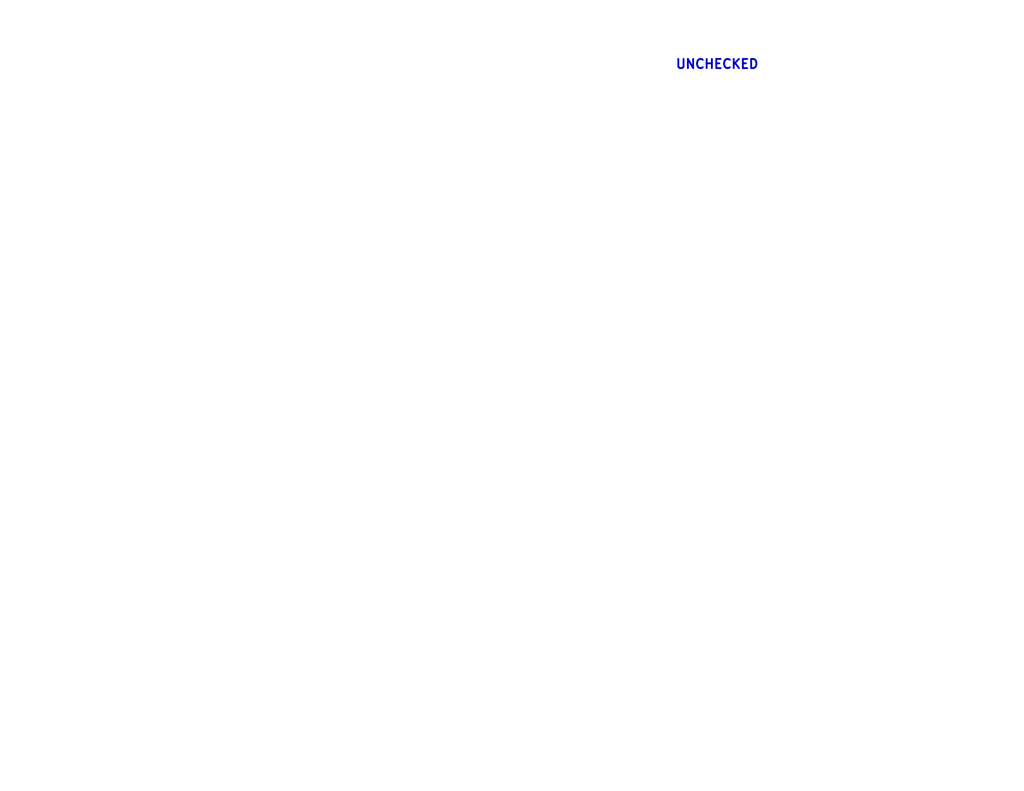
<source format=kicad_sch>
(kicad_sch (version 20230121) (generator eeschema)
  (paper "C")
  (title_block (title "SparkleSplashy") (date "2023-04-25") (rev "01") (company "Siavash Taher Parvar") (comment 1 "Siavash Taher Parvar") (comment 2 "Siavash Taher Parvar") (comment 3 "Siavash Taher Parvar") (comment 4 "_BOM_SpSp_V1.xlsx") (comment 5 "_ASM_SpSp_V1.html") (comment 6 "_GERBER_JLCPCB042023.zip") (comment 8 "No Variant") (comment 9 "N/A"))
  (lib_symbols)
  (text "UNCHECKED" (at 368.3 38.1 0) (effects (font (size 5 5) bold) (justify left bottom)))
)
</source>
